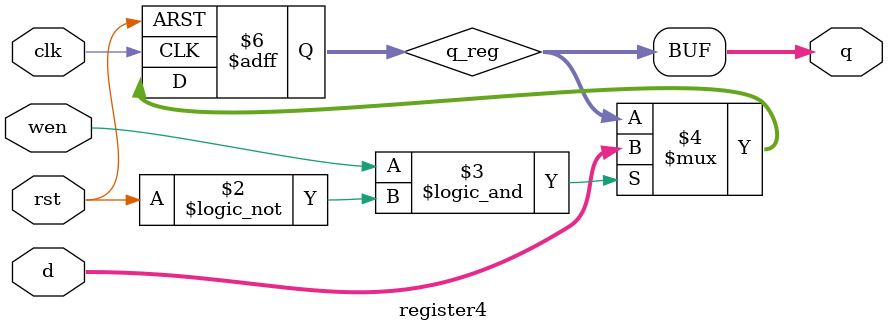
<source format=v>
module register4(
    input wire clk,
    input wire rst,
    input wire wen,
    input wire [3:0] d,
    output wire [3:0] q
);
    reg [3:0] q_reg;
    assign q = q_reg;
    always @(posedge clk or posedge rst) begin
        if (rst) q_reg <= 4'b0;
        else if (wen && !rst) q_reg <= d;
    end

endmodule

</source>
